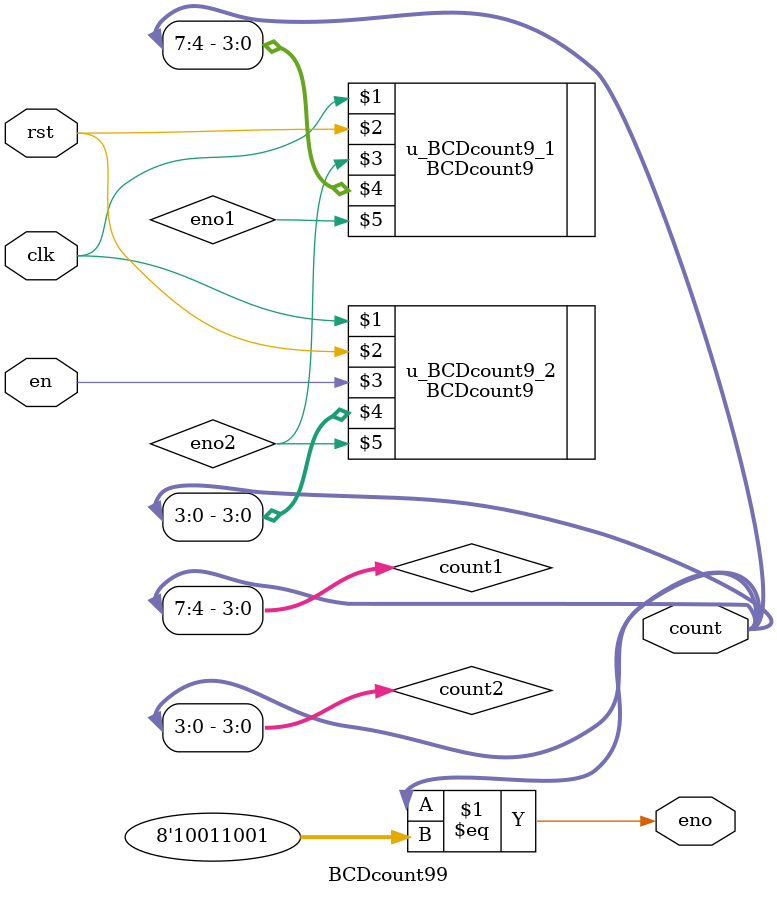
<source format=v>
module BCDcount99(
    input clk,rst,en,
    output [7:0]count,
    output eno
    );
    wire [3:0] count1,count2;
    wire eno2,eno1;
    BCDcount9 u_BCDcount9_1(clk,rst,eno2,count1,eno1);
    BCDcount9 u_BCDcount9_2(clk,rst,en,count2,eno2);
    assign count={count1,count2};
    assign eno=(count==16'h99);
endmodule
</source>
